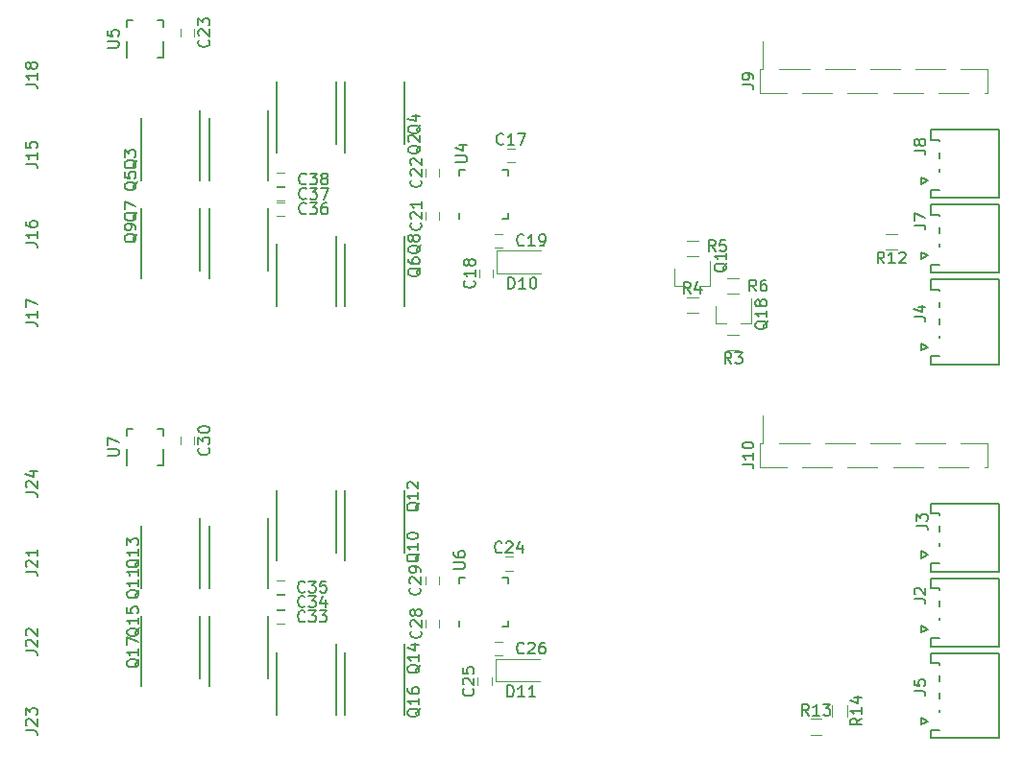
<source format=gbr>
G04 #@! TF.FileFunction,Legend,Top*
%FSLAX46Y46*%
G04 Gerber Fmt 4.6, Leading zero omitted, Abs format (unit mm)*
G04 Created by KiCad (PCBNEW 4.0.6) date 04/07/17 01:17:18*
%MOMM*%
%LPD*%
G01*
G04 APERTURE LIST*
%ADD10C,0.100000*%
%ADD11C,0.150000*%
%ADD12C,0.120000*%
G04 APERTURE END LIST*
D10*
D11*
X148450000Y-105850000D02*
X148450000Y-106375000D01*
X152750000Y-105850000D02*
X152750000Y-106375000D01*
X152750000Y-110150000D02*
X152750000Y-109625000D01*
X148450000Y-110150000D02*
X148450000Y-109625000D01*
X152750000Y-105850000D02*
X152225000Y-105850000D01*
X152750000Y-110150000D02*
X152225000Y-110150000D01*
X148450000Y-105850000D02*
X148975000Y-105850000D01*
X190800000Y-115000000D02*
X190800000Y-114500000D01*
X190800000Y-117500000D02*
X190800000Y-117700000D01*
X190800000Y-116000000D02*
X190800000Y-116500000D01*
X190800000Y-113500000D02*
X190800000Y-113400000D01*
X190000000Y-113400000D02*
X190000000Y-112500000D01*
X190000000Y-120000000D02*
X190000000Y-119300000D01*
X190800000Y-119300000D02*
X190000000Y-119300000D01*
X190000000Y-113400000D02*
X190800000Y-113400000D01*
X189800000Y-118500000D02*
X189200000Y-118200000D01*
X189200000Y-118200000D02*
X189200000Y-118800000D01*
X189200000Y-118800000D02*
X189800000Y-118500000D01*
X196000000Y-120000000D02*
X196000000Y-112500000D01*
X190000000Y-112500000D02*
X196000000Y-112500000D01*
X190000000Y-120000000D02*
X196000000Y-120000000D01*
D12*
X175200000Y-96060000D02*
X174940000Y-96060000D01*
X174940000Y-96060000D02*
X174940000Y-93940000D01*
X174940000Y-93940000D02*
X175200000Y-93940000D01*
X194800000Y-96060000D02*
X195060000Y-96060000D01*
X195060000Y-96060000D02*
X195060000Y-93940000D01*
X195060000Y-93940000D02*
X194800000Y-93940000D01*
X176680000Y-93940000D02*
X179320000Y-93940000D01*
X180680000Y-93940000D02*
X183320000Y-93940000D01*
X184680000Y-93940000D02*
X187320000Y-93940000D01*
X188680000Y-93940000D02*
X191320000Y-93940000D01*
X192680000Y-93940000D02*
X195060000Y-93940000D01*
X174940000Y-96060000D02*
X177320000Y-96060000D01*
X175200000Y-93940000D02*
X175200000Y-91500000D01*
X178680000Y-96060000D02*
X181320000Y-96060000D01*
X182680000Y-96060000D02*
X185320000Y-96060000D01*
X186680000Y-96060000D02*
X189320000Y-96060000D01*
X190680000Y-96060000D02*
X193320000Y-96060000D01*
D11*
X190800000Y-109400000D02*
X190800000Y-109600000D01*
X190800000Y-107900000D02*
X190800000Y-108400000D01*
X190800000Y-106900000D02*
X190800000Y-106800000D01*
X190000000Y-106800000D02*
X190000000Y-105900000D01*
X190000000Y-111900000D02*
X190000000Y-111200000D01*
X190800000Y-111200000D02*
X190000000Y-111200000D01*
X190000000Y-106800000D02*
X190800000Y-106800000D01*
X189800000Y-110400000D02*
X189200000Y-110100000D01*
X189200000Y-110100000D02*
X189200000Y-110700000D01*
X189200000Y-110700000D02*
X189800000Y-110400000D01*
X196000000Y-111900000D02*
X196000000Y-105900000D01*
X190000000Y-105900000D02*
X196000000Y-105900000D01*
X190000000Y-111900000D02*
X196000000Y-111900000D01*
X190800000Y-102800000D02*
X190800000Y-103000000D01*
X190800000Y-101300000D02*
X190800000Y-101800000D01*
X190800000Y-100300000D02*
X190800000Y-100200000D01*
X190000000Y-100200000D02*
X190000000Y-99300000D01*
X190000000Y-105300000D02*
X190000000Y-104600000D01*
X190800000Y-104600000D02*
X190000000Y-104600000D01*
X190000000Y-100200000D02*
X190800000Y-100200000D01*
X189800000Y-103800000D02*
X189200000Y-103500000D01*
X189200000Y-103500000D02*
X189200000Y-104100000D01*
X189200000Y-104100000D02*
X189800000Y-103800000D01*
X196000000Y-105300000D02*
X196000000Y-99300000D01*
X190000000Y-99300000D02*
X196000000Y-99300000D01*
X190000000Y-105300000D02*
X196000000Y-105300000D01*
X190800000Y-82000000D02*
X190800000Y-81500000D01*
X190800000Y-84500000D02*
X190800000Y-84700000D01*
X190800000Y-83000000D02*
X190800000Y-83500000D01*
X190800000Y-80500000D02*
X190800000Y-80400000D01*
X190000000Y-80400000D02*
X190000000Y-79500000D01*
X190000000Y-87000000D02*
X190000000Y-86300000D01*
X190800000Y-86300000D02*
X190000000Y-86300000D01*
X190000000Y-80400000D02*
X190800000Y-80400000D01*
X189800000Y-85500000D02*
X189200000Y-85200000D01*
X189200000Y-85200000D02*
X189200000Y-85800000D01*
X189200000Y-85800000D02*
X189800000Y-85500000D01*
X196000000Y-87000000D02*
X196000000Y-79500000D01*
X190000000Y-79500000D02*
X196000000Y-79500000D01*
X190000000Y-87000000D02*
X196000000Y-87000000D01*
X190800000Y-76400000D02*
X190800000Y-76600000D01*
X190800000Y-74900000D02*
X190800000Y-75400000D01*
X190800000Y-73900000D02*
X190800000Y-73800000D01*
X190000000Y-73800000D02*
X190000000Y-72900000D01*
X190000000Y-78900000D02*
X190000000Y-78200000D01*
X190800000Y-78200000D02*
X190000000Y-78200000D01*
X190000000Y-73800000D02*
X190800000Y-73800000D01*
X189800000Y-77400000D02*
X189200000Y-77100000D01*
X189200000Y-77100000D02*
X189200000Y-77700000D01*
X189200000Y-77700000D02*
X189800000Y-77400000D01*
X196000000Y-78900000D02*
X196000000Y-72900000D01*
X190000000Y-72900000D02*
X196000000Y-72900000D01*
X190000000Y-78900000D02*
X196000000Y-78900000D01*
X190800000Y-69800000D02*
X190800000Y-70000000D01*
X190800000Y-68300000D02*
X190800000Y-68800000D01*
X190800000Y-67300000D02*
X190800000Y-67200000D01*
X190000000Y-67200000D02*
X190000000Y-66300000D01*
X190000000Y-72300000D02*
X190000000Y-71600000D01*
X190800000Y-71600000D02*
X190000000Y-71600000D01*
X190000000Y-67200000D02*
X190800000Y-67200000D01*
X189800000Y-70800000D02*
X189200000Y-70500000D01*
X189200000Y-70500000D02*
X189200000Y-71100000D01*
X189200000Y-71100000D02*
X189800000Y-70800000D01*
X196000000Y-72300000D02*
X196000000Y-66300000D01*
X190000000Y-66300000D02*
X196000000Y-66300000D01*
X190000000Y-72300000D02*
X196000000Y-72300000D01*
D12*
X172100000Y-84420000D02*
X173100000Y-84420000D01*
X173100000Y-85780000D02*
X172100000Y-85780000D01*
X168500000Y-81120000D02*
X169500000Y-81120000D01*
X169500000Y-82480000D02*
X168500000Y-82480000D01*
X168500000Y-76120000D02*
X169500000Y-76120000D01*
X169500000Y-77480000D02*
X168500000Y-77480000D01*
X172100000Y-79420000D02*
X173100000Y-79420000D01*
X173100000Y-80780000D02*
X172100000Y-80780000D01*
X186050000Y-75520000D02*
X187050000Y-75520000D01*
X187050000Y-76880000D02*
X186050000Y-76880000D01*
X180400000Y-119680000D02*
X179400000Y-119680000D01*
X179400000Y-118320000D02*
X180400000Y-118320000D01*
X182680000Y-117100000D02*
X182680000Y-118100000D01*
X181320000Y-118100000D02*
X181320000Y-117100000D01*
X153350000Y-69200000D02*
X152650000Y-69200000D01*
X152650000Y-68000000D02*
X153350000Y-68000000D01*
X151400000Y-78650000D02*
X151400000Y-79350000D01*
X150200000Y-79350000D02*
X150200000Y-78650000D01*
X152250000Y-76700000D02*
X151550000Y-76700000D01*
X151550000Y-75500000D02*
X152250000Y-75500000D01*
X146700000Y-73550000D02*
X146700000Y-74250000D01*
X145500000Y-74250000D02*
X145500000Y-73550000D01*
X145500000Y-70450000D02*
X145500000Y-69750000D01*
X146700000Y-69750000D02*
X146700000Y-70450000D01*
X125100000Y-57400000D02*
X125100000Y-58100000D01*
X123900000Y-58100000D02*
X123900000Y-57400000D01*
X153200000Y-105200000D02*
X152500000Y-105200000D01*
X152500000Y-104000000D02*
X153200000Y-104000000D01*
X151300000Y-114650000D02*
X151300000Y-115350000D01*
X150100000Y-115350000D02*
X150100000Y-114650000D01*
X152250000Y-112700000D02*
X151550000Y-112700000D01*
X151550000Y-111500000D02*
X152250000Y-111500000D01*
X146700000Y-109550000D02*
X146700000Y-110250000D01*
X145500000Y-110250000D02*
X145500000Y-109550000D01*
X145500000Y-106450000D02*
X145500000Y-105750000D01*
X146700000Y-105750000D02*
X146700000Y-106450000D01*
X125100000Y-93400000D02*
X125100000Y-94100000D01*
X123900000Y-94100000D02*
X123900000Y-93400000D01*
X151750000Y-77000000D02*
X151750000Y-79000000D01*
X151750000Y-79000000D02*
X155650000Y-79000000D01*
X151750000Y-77000000D02*
X155650000Y-77000000D01*
X151650000Y-113000000D02*
X151650000Y-115000000D01*
X151650000Y-115000000D02*
X155550000Y-115000000D01*
X151650000Y-113000000D02*
X155550000Y-113000000D01*
D11*
X131600000Y-64600000D02*
X131600000Y-70800000D01*
X126400000Y-65300000D02*
X126400000Y-70800000D01*
X138400000Y-68300000D02*
X138400000Y-62100000D01*
X143600000Y-67600000D02*
X143600000Y-62100000D01*
X126400000Y-79400000D02*
X126400000Y-73200000D01*
X131600000Y-78700000D02*
X131600000Y-73200000D01*
X143600000Y-75700000D02*
X143600000Y-81900000D01*
X138400000Y-76400000D02*
X138400000Y-81900000D01*
X125600000Y-100600000D02*
X125600000Y-106800000D01*
X120400000Y-101300000D02*
X120400000Y-106800000D01*
X132400000Y-104300000D02*
X132400000Y-98100000D01*
X137600000Y-103600000D02*
X137600000Y-98100000D01*
X126400000Y-115400000D02*
X126400000Y-109200000D01*
X131600000Y-114700000D02*
X131600000Y-109200000D01*
X137600000Y-111700000D02*
X137600000Y-117900000D01*
X132400000Y-112400000D02*
X132400000Y-117900000D01*
X148450000Y-69850000D02*
X148450000Y-70375000D01*
X152750000Y-69850000D02*
X152750000Y-70375000D01*
X152750000Y-74150000D02*
X152750000Y-73625000D01*
X148450000Y-74150000D02*
X148450000Y-73625000D01*
X152750000Y-69850000D02*
X152225000Y-69850000D01*
X152750000Y-74150000D02*
X152225000Y-74150000D01*
X148450000Y-69850000D02*
X148975000Y-69850000D01*
X132400000Y-68300000D02*
X132400000Y-62100000D01*
X137600000Y-67600000D02*
X137600000Y-62100000D01*
X125600000Y-64600000D02*
X125600000Y-70800000D01*
X120400000Y-65300000D02*
X120400000Y-70800000D01*
X137600000Y-75700000D02*
X137600000Y-81900000D01*
X132400000Y-76400000D02*
X132400000Y-81900000D01*
X120400000Y-79400000D02*
X120400000Y-73200000D01*
X125600000Y-78700000D02*
X125600000Y-73200000D01*
X138400000Y-104300000D02*
X138400000Y-98100000D01*
X143600000Y-103600000D02*
X143600000Y-98100000D01*
X131600000Y-100600000D02*
X131600000Y-106800000D01*
X126400000Y-101300000D02*
X126400000Y-106800000D01*
X143600000Y-111700000D02*
X143600000Y-117900000D01*
X138400000Y-112400000D02*
X138400000Y-117900000D01*
X120400000Y-115400000D02*
X120400000Y-109200000D01*
X125600000Y-114700000D02*
X125600000Y-109200000D01*
X119125000Y-56675000D02*
X119625000Y-56675000D01*
X122375000Y-59925000D02*
X121875000Y-59925000D01*
X122375000Y-56675000D02*
X121875000Y-56675000D01*
X119125000Y-59925000D02*
X119125000Y-58525000D01*
X122375000Y-59925000D02*
X122375000Y-58525000D01*
X122375000Y-56675000D02*
X122375000Y-57275000D01*
X119125000Y-56675000D02*
X119125000Y-57275000D01*
X119125000Y-92675000D02*
X119625000Y-92675000D01*
X122375000Y-95925000D02*
X121875000Y-95925000D01*
X122375000Y-92675000D02*
X121875000Y-92675000D01*
X119125000Y-95925000D02*
X119125000Y-94525000D01*
X122375000Y-95925000D02*
X122375000Y-94525000D01*
X122375000Y-92675000D02*
X122375000Y-93275000D01*
X119125000Y-92675000D02*
X119125000Y-93275000D01*
D12*
X175200000Y-63060000D02*
X174940000Y-63060000D01*
X174940000Y-63060000D02*
X174940000Y-60940000D01*
X174940000Y-60940000D02*
X175200000Y-60940000D01*
X194800000Y-63060000D02*
X195060000Y-63060000D01*
X195060000Y-63060000D02*
X195060000Y-60940000D01*
X195060000Y-60940000D02*
X194800000Y-60940000D01*
X176680000Y-60940000D02*
X179320000Y-60940000D01*
X180680000Y-60940000D02*
X183320000Y-60940000D01*
X184680000Y-60940000D02*
X187320000Y-60940000D01*
X188680000Y-60940000D02*
X191320000Y-60940000D01*
X192680000Y-60940000D02*
X195060000Y-60940000D01*
X174940000Y-63060000D02*
X177320000Y-63060000D01*
X175200000Y-60940000D02*
X175200000Y-58500000D01*
X178680000Y-63060000D02*
X181320000Y-63060000D01*
X182680000Y-63060000D02*
X185320000Y-63060000D01*
X186680000Y-63060000D02*
X189320000Y-63060000D01*
X190680000Y-63060000D02*
X193320000Y-63060000D01*
X132350000Y-108700000D02*
X133050000Y-108700000D01*
X133050000Y-109900000D02*
X132350000Y-109900000D01*
X132350000Y-107400000D02*
X133050000Y-107400000D01*
X133050000Y-108600000D02*
X132350000Y-108600000D01*
X132350000Y-106100000D02*
X133050000Y-106100000D01*
X133050000Y-107300000D02*
X132350000Y-107300000D01*
X132350000Y-72700000D02*
X133050000Y-72700000D01*
X133050000Y-73900000D02*
X132350000Y-73900000D01*
X132350000Y-71400000D02*
X133050000Y-71400000D01*
X133050000Y-72600000D02*
X132350000Y-72600000D01*
X132350000Y-70100000D02*
X133050000Y-70100000D01*
X133050000Y-71300000D02*
X132350000Y-71300000D01*
X171020000Y-83360000D02*
X171950000Y-83360000D01*
X174180000Y-83360000D02*
X173250000Y-83360000D01*
X174180000Y-83360000D02*
X174180000Y-81200000D01*
X171020000Y-83360000D02*
X171020000Y-81900000D01*
X167420000Y-80060000D02*
X168350000Y-80060000D01*
X170580000Y-80060000D02*
X169650000Y-80060000D01*
X170580000Y-80060000D02*
X170580000Y-77900000D01*
X167420000Y-80060000D02*
X167420000Y-78600000D01*
D11*
X147952381Y-105061905D02*
X148761905Y-105061905D01*
X148857143Y-105014286D01*
X148904762Y-104966667D01*
X148952381Y-104871429D01*
X148952381Y-104680952D01*
X148904762Y-104585714D01*
X148857143Y-104538095D01*
X148761905Y-104490476D01*
X147952381Y-104490476D01*
X147952381Y-103585714D02*
X147952381Y-103776191D01*
X148000000Y-103871429D01*
X148047619Y-103919048D01*
X148190476Y-104014286D01*
X148380952Y-104061905D01*
X148761905Y-104061905D01*
X148857143Y-104014286D01*
X148904762Y-103966667D01*
X148952381Y-103871429D01*
X148952381Y-103680952D01*
X148904762Y-103585714D01*
X148857143Y-103538095D01*
X148761905Y-103490476D01*
X148523810Y-103490476D01*
X148428571Y-103538095D01*
X148380952Y-103585714D01*
X148333333Y-103680952D01*
X148333333Y-103871429D01*
X148380952Y-103966667D01*
X148428571Y-104014286D01*
X148523810Y-104061905D01*
X188552381Y-115833333D02*
X189266667Y-115833333D01*
X189409524Y-115880953D01*
X189504762Y-115976191D01*
X189552381Y-116119048D01*
X189552381Y-116214286D01*
X188552381Y-114880952D02*
X188552381Y-115357143D01*
X189028571Y-115404762D01*
X188980952Y-115357143D01*
X188933333Y-115261905D01*
X188933333Y-115023809D01*
X188980952Y-114928571D01*
X189028571Y-114880952D01*
X189123810Y-114833333D01*
X189361905Y-114833333D01*
X189457143Y-114880952D01*
X189504762Y-114928571D01*
X189552381Y-115023809D01*
X189552381Y-115261905D01*
X189504762Y-115357143D01*
X189457143Y-115404762D01*
X173392381Y-95809523D02*
X174106667Y-95809523D01*
X174249524Y-95857143D01*
X174344762Y-95952381D01*
X174392381Y-96095238D01*
X174392381Y-96190476D01*
X174392381Y-94809523D02*
X174392381Y-95380952D01*
X174392381Y-95095238D02*
X173392381Y-95095238D01*
X173535238Y-95190476D01*
X173630476Y-95285714D01*
X173678095Y-95380952D01*
X173392381Y-94190476D02*
X173392381Y-94095237D01*
X173440000Y-93999999D01*
X173487619Y-93952380D01*
X173582857Y-93904761D01*
X173773333Y-93857142D01*
X174011429Y-93857142D01*
X174201905Y-93904761D01*
X174297143Y-93952380D01*
X174344762Y-93999999D01*
X174392381Y-94095237D01*
X174392381Y-94190476D01*
X174344762Y-94285714D01*
X174297143Y-94333333D01*
X174201905Y-94380952D01*
X174011429Y-94428571D01*
X173773333Y-94428571D01*
X173582857Y-94380952D01*
X173487619Y-94333333D01*
X173440000Y-94285714D01*
X173392381Y-94190476D01*
X188552381Y-107733333D02*
X189266667Y-107733333D01*
X189409524Y-107780953D01*
X189504762Y-107876191D01*
X189552381Y-108019048D01*
X189552381Y-108114286D01*
X188647619Y-107304762D02*
X188600000Y-107257143D01*
X188552381Y-107161905D01*
X188552381Y-106923809D01*
X188600000Y-106828571D01*
X188647619Y-106780952D01*
X188742857Y-106733333D01*
X188838095Y-106733333D01*
X188980952Y-106780952D01*
X189552381Y-107352381D01*
X189552381Y-106733333D01*
X188727381Y-101233333D02*
X189441667Y-101233333D01*
X189584524Y-101280953D01*
X189679762Y-101376191D01*
X189727381Y-101519048D01*
X189727381Y-101614286D01*
X188727381Y-100852381D02*
X188727381Y-100233333D01*
X189108333Y-100566667D01*
X189108333Y-100423809D01*
X189155952Y-100328571D01*
X189203571Y-100280952D01*
X189298810Y-100233333D01*
X189536905Y-100233333D01*
X189632143Y-100280952D01*
X189679762Y-100328571D01*
X189727381Y-100423809D01*
X189727381Y-100709524D01*
X189679762Y-100804762D01*
X189632143Y-100852381D01*
X188552381Y-82833333D02*
X189266667Y-82833333D01*
X189409524Y-82880953D01*
X189504762Y-82976191D01*
X189552381Y-83119048D01*
X189552381Y-83214286D01*
X188885714Y-81928571D02*
X189552381Y-81928571D01*
X188504762Y-82166667D02*
X189219048Y-82404762D01*
X189219048Y-81785714D01*
X188552381Y-74733333D02*
X189266667Y-74733333D01*
X189409524Y-74780953D01*
X189504762Y-74876191D01*
X189552381Y-75019048D01*
X189552381Y-75114286D01*
X188552381Y-74352381D02*
X188552381Y-73685714D01*
X189552381Y-74114286D01*
X188552381Y-68133333D02*
X189266667Y-68133333D01*
X189409524Y-68180953D01*
X189504762Y-68276191D01*
X189552381Y-68419048D01*
X189552381Y-68514286D01*
X188980952Y-67514286D02*
X188933333Y-67609524D01*
X188885714Y-67657143D01*
X188790476Y-67704762D01*
X188742857Y-67704762D01*
X188647619Y-67657143D01*
X188600000Y-67609524D01*
X188552381Y-67514286D01*
X188552381Y-67323809D01*
X188600000Y-67228571D01*
X188647619Y-67180952D01*
X188742857Y-67133333D01*
X188790476Y-67133333D01*
X188885714Y-67180952D01*
X188933333Y-67228571D01*
X188980952Y-67323809D01*
X188980952Y-67514286D01*
X189028571Y-67609524D01*
X189076190Y-67657143D01*
X189171429Y-67704762D01*
X189361905Y-67704762D01*
X189457143Y-67657143D01*
X189504762Y-67609524D01*
X189552381Y-67514286D01*
X189552381Y-67323809D01*
X189504762Y-67228571D01*
X189457143Y-67180952D01*
X189361905Y-67133333D01*
X189171429Y-67133333D01*
X189076190Y-67180952D01*
X189028571Y-67228571D01*
X188980952Y-67323809D01*
X172433334Y-86952381D02*
X172100000Y-86476190D01*
X171861905Y-86952381D02*
X171861905Y-85952381D01*
X172242858Y-85952381D01*
X172338096Y-86000000D01*
X172385715Y-86047619D01*
X172433334Y-86142857D01*
X172433334Y-86285714D01*
X172385715Y-86380952D01*
X172338096Y-86428571D01*
X172242858Y-86476190D01*
X171861905Y-86476190D01*
X172766667Y-85952381D02*
X173385715Y-85952381D01*
X173052381Y-86333333D01*
X173195239Y-86333333D01*
X173290477Y-86380952D01*
X173338096Y-86428571D01*
X173385715Y-86523810D01*
X173385715Y-86761905D01*
X173338096Y-86857143D01*
X173290477Y-86904762D01*
X173195239Y-86952381D01*
X172909524Y-86952381D01*
X172814286Y-86904762D01*
X172766667Y-86857143D01*
X168833334Y-80752381D02*
X168500000Y-80276190D01*
X168261905Y-80752381D02*
X168261905Y-79752381D01*
X168642858Y-79752381D01*
X168738096Y-79800000D01*
X168785715Y-79847619D01*
X168833334Y-79942857D01*
X168833334Y-80085714D01*
X168785715Y-80180952D01*
X168738096Y-80228571D01*
X168642858Y-80276190D01*
X168261905Y-80276190D01*
X169690477Y-80085714D02*
X169690477Y-80752381D01*
X169452381Y-79704762D02*
X169214286Y-80419048D01*
X169833334Y-80419048D01*
X171033334Y-77052381D02*
X170700000Y-76576190D01*
X170461905Y-77052381D02*
X170461905Y-76052381D01*
X170842858Y-76052381D01*
X170938096Y-76100000D01*
X170985715Y-76147619D01*
X171033334Y-76242857D01*
X171033334Y-76385714D01*
X170985715Y-76480952D01*
X170938096Y-76528571D01*
X170842858Y-76576190D01*
X170461905Y-76576190D01*
X171938096Y-76052381D02*
X171461905Y-76052381D01*
X171414286Y-76528571D01*
X171461905Y-76480952D01*
X171557143Y-76433333D01*
X171795239Y-76433333D01*
X171890477Y-76480952D01*
X171938096Y-76528571D01*
X171985715Y-76623810D01*
X171985715Y-76861905D01*
X171938096Y-76957143D01*
X171890477Y-77004762D01*
X171795239Y-77052381D01*
X171557143Y-77052381D01*
X171461905Y-77004762D01*
X171414286Y-76957143D01*
X174633334Y-80552381D02*
X174300000Y-80076190D01*
X174061905Y-80552381D02*
X174061905Y-79552381D01*
X174442858Y-79552381D01*
X174538096Y-79600000D01*
X174585715Y-79647619D01*
X174633334Y-79742857D01*
X174633334Y-79885714D01*
X174585715Y-79980952D01*
X174538096Y-80028571D01*
X174442858Y-80076190D01*
X174061905Y-80076190D01*
X175490477Y-79552381D02*
X175300000Y-79552381D01*
X175204762Y-79600000D01*
X175157143Y-79647619D01*
X175061905Y-79790476D01*
X175014286Y-79980952D01*
X175014286Y-80361905D01*
X175061905Y-80457143D01*
X175109524Y-80504762D01*
X175204762Y-80552381D01*
X175395239Y-80552381D01*
X175490477Y-80504762D01*
X175538096Y-80457143D01*
X175585715Y-80361905D01*
X175585715Y-80123810D01*
X175538096Y-80028571D01*
X175490477Y-79980952D01*
X175395239Y-79933333D01*
X175204762Y-79933333D01*
X175109524Y-79980952D01*
X175061905Y-80028571D01*
X175014286Y-80123810D01*
X185907143Y-78102381D02*
X185573809Y-77626190D01*
X185335714Y-78102381D02*
X185335714Y-77102381D01*
X185716667Y-77102381D01*
X185811905Y-77150000D01*
X185859524Y-77197619D01*
X185907143Y-77292857D01*
X185907143Y-77435714D01*
X185859524Y-77530952D01*
X185811905Y-77578571D01*
X185716667Y-77626190D01*
X185335714Y-77626190D01*
X186859524Y-78102381D02*
X186288095Y-78102381D01*
X186573809Y-78102381D02*
X186573809Y-77102381D01*
X186478571Y-77245238D01*
X186383333Y-77340476D01*
X186288095Y-77388095D01*
X187240476Y-77197619D02*
X187288095Y-77150000D01*
X187383333Y-77102381D01*
X187621429Y-77102381D01*
X187716667Y-77150000D01*
X187764286Y-77197619D01*
X187811905Y-77292857D01*
X187811905Y-77388095D01*
X187764286Y-77530952D01*
X187192857Y-78102381D01*
X187811905Y-78102381D01*
X179257143Y-118002381D02*
X178923809Y-117526190D01*
X178685714Y-118002381D02*
X178685714Y-117002381D01*
X179066667Y-117002381D01*
X179161905Y-117050000D01*
X179209524Y-117097619D01*
X179257143Y-117192857D01*
X179257143Y-117335714D01*
X179209524Y-117430952D01*
X179161905Y-117478571D01*
X179066667Y-117526190D01*
X178685714Y-117526190D01*
X180209524Y-118002381D02*
X179638095Y-118002381D01*
X179923809Y-118002381D02*
X179923809Y-117002381D01*
X179828571Y-117145238D01*
X179733333Y-117240476D01*
X179638095Y-117288095D01*
X180542857Y-117002381D02*
X181161905Y-117002381D01*
X180828571Y-117383333D01*
X180971429Y-117383333D01*
X181066667Y-117430952D01*
X181114286Y-117478571D01*
X181161905Y-117573810D01*
X181161905Y-117811905D01*
X181114286Y-117907143D01*
X181066667Y-117954762D01*
X180971429Y-118002381D01*
X180685714Y-118002381D01*
X180590476Y-117954762D01*
X180542857Y-117907143D01*
X183952381Y-118242857D02*
X183476190Y-118576191D01*
X183952381Y-118814286D02*
X182952381Y-118814286D01*
X182952381Y-118433333D01*
X183000000Y-118338095D01*
X183047619Y-118290476D01*
X183142857Y-118242857D01*
X183285714Y-118242857D01*
X183380952Y-118290476D01*
X183428571Y-118338095D01*
X183476190Y-118433333D01*
X183476190Y-118814286D01*
X183952381Y-117290476D02*
X183952381Y-117861905D01*
X183952381Y-117576191D02*
X182952381Y-117576191D01*
X183095238Y-117671429D01*
X183190476Y-117766667D01*
X183238095Y-117861905D01*
X183285714Y-116433333D02*
X183952381Y-116433333D01*
X182904762Y-116671429D02*
X183619048Y-116909524D01*
X183619048Y-116290476D01*
X152357143Y-67557143D02*
X152309524Y-67604762D01*
X152166667Y-67652381D01*
X152071429Y-67652381D01*
X151928571Y-67604762D01*
X151833333Y-67509524D01*
X151785714Y-67414286D01*
X151738095Y-67223810D01*
X151738095Y-67080952D01*
X151785714Y-66890476D01*
X151833333Y-66795238D01*
X151928571Y-66700000D01*
X152071429Y-66652381D01*
X152166667Y-66652381D01*
X152309524Y-66700000D01*
X152357143Y-66747619D01*
X153309524Y-67652381D02*
X152738095Y-67652381D01*
X153023809Y-67652381D02*
X153023809Y-66652381D01*
X152928571Y-66795238D01*
X152833333Y-66890476D01*
X152738095Y-66938095D01*
X153642857Y-66652381D02*
X154309524Y-66652381D01*
X153880952Y-67652381D01*
X149757143Y-79642857D02*
X149804762Y-79690476D01*
X149852381Y-79833333D01*
X149852381Y-79928571D01*
X149804762Y-80071429D01*
X149709524Y-80166667D01*
X149614286Y-80214286D01*
X149423810Y-80261905D01*
X149280952Y-80261905D01*
X149090476Y-80214286D01*
X148995238Y-80166667D01*
X148900000Y-80071429D01*
X148852381Y-79928571D01*
X148852381Y-79833333D01*
X148900000Y-79690476D01*
X148947619Y-79642857D01*
X149852381Y-78690476D02*
X149852381Y-79261905D01*
X149852381Y-78976191D02*
X148852381Y-78976191D01*
X148995238Y-79071429D01*
X149090476Y-79166667D01*
X149138095Y-79261905D01*
X149280952Y-78119048D02*
X149233333Y-78214286D01*
X149185714Y-78261905D01*
X149090476Y-78309524D01*
X149042857Y-78309524D01*
X148947619Y-78261905D01*
X148900000Y-78214286D01*
X148852381Y-78119048D01*
X148852381Y-77928571D01*
X148900000Y-77833333D01*
X148947619Y-77785714D01*
X149042857Y-77738095D01*
X149090476Y-77738095D01*
X149185714Y-77785714D01*
X149233333Y-77833333D01*
X149280952Y-77928571D01*
X149280952Y-78119048D01*
X149328571Y-78214286D01*
X149376190Y-78261905D01*
X149471429Y-78309524D01*
X149661905Y-78309524D01*
X149757143Y-78261905D01*
X149804762Y-78214286D01*
X149852381Y-78119048D01*
X149852381Y-77928571D01*
X149804762Y-77833333D01*
X149757143Y-77785714D01*
X149661905Y-77738095D01*
X149471429Y-77738095D01*
X149376190Y-77785714D01*
X149328571Y-77833333D01*
X149280952Y-77928571D01*
X154157143Y-76457143D02*
X154109524Y-76504762D01*
X153966667Y-76552381D01*
X153871429Y-76552381D01*
X153728571Y-76504762D01*
X153633333Y-76409524D01*
X153585714Y-76314286D01*
X153538095Y-76123810D01*
X153538095Y-75980952D01*
X153585714Y-75790476D01*
X153633333Y-75695238D01*
X153728571Y-75600000D01*
X153871429Y-75552381D01*
X153966667Y-75552381D01*
X154109524Y-75600000D01*
X154157143Y-75647619D01*
X155109524Y-76552381D02*
X154538095Y-76552381D01*
X154823809Y-76552381D02*
X154823809Y-75552381D01*
X154728571Y-75695238D01*
X154633333Y-75790476D01*
X154538095Y-75838095D01*
X155585714Y-76552381D02*
X155776190Y-76552381D01*
X155871429Y-76504762D01*
X155919048Y-76457143D01*
X156014286Y-76314286D01*
X156061905Y-76123810D01*
X156061905Y-75742857D01*
X156014286Y-75647619D01*
X155966667Y-75600000D01*
X155871429Y-75552381D01*
X155680952Y-75552381D01*
X155585714Y-75600000D01*
X155538095Y-75647619D01*
X155490476Y-75742857D01*
X155490476Y-75980952D01*
X155538095Y-76076190D01*
X155585714Y-76123810D01*
X155680952Y-76171429D01*
X155871429Y-76171429D01*
X155966667Y-76123810D01*
X156014286Y-76076190D01*
X156061905Y-75980952D01*
X145057143Y-74542857D02*
X145104762Y-74590476D01*
X145152381Y-74733333D01*
X145152381Y-74828571D01*
X145104762Y-74971429D01*
X145009524Y-75066667D01*
X144914286Y-75114286D01*
X144723810Y-75161905D01*
X144580952Y-75161905D01*
X144390476Y-75114286D01*
X144295238Y-75066667D01*
X144200000Y-74971429D01*
X144152381Y-74828571D01*
X144152381Y-74733333D01*
X144200000Y-74590476D01*
X144247619Y-74542857D01*
X144247619Y-74161905D02*
X144200000Y-74114286D01*
X144152381Y-74019048D01*
X144152381Y-73780952D01*
X144200000Y-73685714D01*
X144247619Y-73638095D01*
X144342857Y-73590476D01*
X144438095Y-73590476D01*
X144580952Y-73638095D01*
X145152381Y-74209524D01*
X145152381Y-73590476D01*
X145152381Y-72638095D02*
X145152381Y-73209524D01*
X145152381Y-72923810D02*
X144152381Y-72923810D01*
X144295238Y-73019048D01*
X144390476Y-73114286D01*
X144438095Y-73209524D01*
X145057143Y-70742857D02*
X145104762Y-70790476D01*
X145152381Y-70933333D01*
X145152381Y-71028571D01*
X145104762Y-71171429D01*
X145009524Y-71266667D01*
X144914286Y-71314286D01*
X144723810Y-71361905D01*
X144580952Y-71361905D01*
X144390476Y-71314286D01*
X144295238Y-71266667D01*
X144200000Y-71171429D01*
X144152381Y-71028571D01*
X144152381Y-70933333D01*
X144200000Y-70790476D01*
X144247619Y-70742857D01*
X144247619Y-70361905D02*
X144200000Y-70314286D01*
X144152381Y-70219048D01*
X144152381Y-69980952D01*
X144200000Y-69885714D01*
X144247619Y-69838095D01*
X144342857Y-69790476D01*
X144438095Y-69790476D01*
X144580952Y-69838095D01*
X145152381Y-70409524D01*
X145152381Y-69790476D01*
X144247619Y-69409524D02*
X144200000Y-69361905D01*
X144152381Y-69266667D01*
X144152381Y-69028571D01*
X144200000Y-68933333D01*
X144247619Y-68885714D01*
X144342857Y-68838095D01*
X144438095Y-68838095D01*
X144580952Y-68885714D01*
X145152381Y-69457143D01*
X145152381Y-68838095D01*
X126357143Y-58392857D02*
X126404762Y-58440476D01*
X126452381Y-58583333D01*
X126452381Y-58678571D01*
X126404762Y-58821429D01*
X126309524Y-58916667D01*
X126214286Y-58964286D01*
X126023810Y-59011905D01*
X125880952Y-59011905D01*
X125690476Y-58964286D01*
X125595238Y-58916667D01*
X125500000Y-58821429D01*
X125452381Y-58678571D01*
X125452381Y-58583333D01*
X125500000Y-58440476D01*
X125547619Y-58392857D01*
X125547619Y-58011905D02*
X125500000Y-57964286D01*
X125452381Y-57869048D01*
X125452381Y-57630952D01*
X125500000Y-57535714D01*
X125547619Y-57488095D01*
X125642857Y-57440476D01*
X125738095Y-57440476D01*
X125880952Y-57488095D01*
X126452381Y-58059524D01*
X126452381Y-57440476D01*
X125452381Y-57107143D02*
X125452381Y-56488095D01*
X125833333Y-56821429D01*
X125833333Y-56678571D01*
X125880952Y-56583333D01*
X125928571Y-56535714D01*
X126023810Y-56488095D01*
X126261905Y-56488095D01*
X126357143Y-56535714D01*
X126404762Y-56583333D01*
X126452381Y-56678571D01*
X126452381Y-56964286D01*
X126404762Y-57059524D01*
X126357143Y-57107143D01*
X152207143Y-103557143D02*
X152159524Y-103604762D01*
X152016667Y-103652381D01*
X151921429Y-103652381D01*
X151778571Y-103604762D01*
X151683333Y-103509524D01*
X151635714Y-103414286D01*
X151588095Y-103223810D01*
X151588095Y-103080952D01*
X151635714Y-102890476D01*
X151683333Y-102795238D01*
X151778571Y-102700000D01*
X151921429Y-102652381D01*
X152016667Y-102652381D01*
X152159524Y-102700000D01*
X152207143Y-102747619D01*
X152588095Y-102747619D02*
X152635714Y-102700000D01*
X152730952Y-102652381D01*
X152969048Y-102652381D01*
X153064286Y-102700000D01*
X153111905Y-102747619D01*
X153159524Y-102842857D01*
X153159524Y-102938095D01*
X153111905Y-103080952D01*
X152540476Y-103652381D01*
X153159524Y-103652381D01*
X154016667Y-102985714D02*
X154016667Y-103652381D01*
X153778571Y-102604762D02*
X153540476Y-103319048D01*
X154159524Y-103319048D01*
X149657143Y-115642857D02*
X149704762Y-115690476D01*
X149752381Y-115833333D01*
X149752381Y-115928571D01*
X149704762Y-116071429D01*
X149609524Y-116166667D01*
X149514286Y-116214286D01*
X149323810Y-116261905D01*
X149180952Y-116261905D01*
X148990476Y-116214286D01*
X148895238Y-116166667D01*
X148800000Y-116071429D01*
X148752381Y-115928571D01*
X148752381Y-115833333D01*
X148800000Y-115690476D01*
X148847619Y-115642857D01*
X148847619Y-115261905D02*
X148800000Y-115214286D01*
X148752381Y-115119048D01*
X148752381Y-114880952D01*
X148800000Y-114785714D01*
X148847619Y-114738095D01*
X148942857Y-114690476D01*
X149038095Y-114690476D01*
X149180952Y-114738095D01*
X149752381Y-115309524D01*
X149752381Y-114690476D01*
X148752381Y-113785714D02*
X148752381Y-114261905D01*
X149228571Y-114309524D01*
X149180952Y-114261905D01*
X149133333Y-114166667D01*
X149133333Y-113928571D01*
X149180952Y-113833333D01*
X149228571Y-113785714D01*
X149323810Y-113738095D01*
X149561905Y-113738095D01*
X149657143Y-113785714D01*
X149704762Y-113833333D01*
X149752381Y-113928571D01*
X149752381Y-114166667D01*
X149704762Y-114261905D01*
X149657143Y-114309524D01*
X154157143Y-112457143D02*
X154109524Y-112504762D01*
X153966667Y-112552381D01*
X153871429Y-112552381D01*
X153728571Y-112504762D01*
X153633333Y-112409524D01*
X153585714Y-112314286D01*
X153538095Y-112123810D01*
X153538095Y-111980952D01*
X153585714Y-111790476D01*
X153633333Y-111695238D01*
X153728571Y-111600000D01*
X153871429Y-111552381D01*
X153966667Y-111552381D01*
X154109524Y-111600000D01*
X154157143Y-111647619D01*
X154538095Y-111647619D02*
X154585714Y-111600000D01*
X154680952Y-111552381D01*
X154919048Y-111552381D01*
X155014286Y-111600000D01*
X155061905Y-111647619D01*
X155109524Y-111742857D01*
X155109524Y-111838095D01*
X155061905Y-111980952D01*
X154490476Y-112552381D01*
X155109524Y-112552381D01*
X155966667Y-111552381D02*
X155776190Y-111552381D01*
X155680952Y-111600000D01*
X155633333Y-111647619D01*
X155538095Y-111790476D01*
X155490476Y-111980952D01*
X155490476Y-112361905D01*
X155538095Y-112457143D01*
X155585714Y-112504762D01*
X155680952Y-112552381D01*
X155871429Y-112552381D01*
X155966667Y-112504762D01*
X156014286Y-112457143D01*
X156061905Y-112361905D01*
X156061905Y-112123810D01*
X156014286Y-112028571D01*
X155966667Y-111980952D01*
X155871429Y-111933333D01*
X155680952Y-111933333D01*
X155585714Y-111980952D01*
X155538095Y-112028571D01*
X155490476Y-112123810D01*
X145057143Y-110542857D02*
X145104762Y-110590476D01*
X145152381Y-110733333D01*
X145152381Y-110828571D01*
X145104762Y-110971429D01*
X145009524Y-111066667D01*
X144914286Y-111114286D01*
X144723810Y-111161905D01*
X144580952Y-111161905D01*
X144390476Y-111114286D01*
X144295238Y-111066667D01*
X144200000Y-110971429D01*
X144152381Y-110828571D01*
X144152381Y-110733333D01*
X144200000Y-110590476D01*
X144247619Y-110542857D01*
X144247619Y-110161905D02*
X144200000Y-110114286D01*
X144152381Y-110019048D01*
X144152381Y-109780952D01*
X144200000Y-109685714D01*
X144247619Y-109638095D01*
X144342857Y-109590476D01*
X144438095Y-109590476D01*
X144580952Y-109638095D01*
X145152381Y-110209524D01*
X145152381Y-109590476D01*
X144580952Y-109019048D02*
X144533333Y-109114286D01*
X144485714Y-109161905D01*
X144390476Y-109209524D01*
X144342857Y-109209524D01*
X144247619Y-109161905D01*
X144200000Y-109114286D01*
X144152381Y-109019048D01*
X144152381Y-108828571D01*
X144200000Y-108733333D01*
X144247619Y-108685714D01*
X144342857Y-108638095D01*
X144390476Y-108638095D01*
X144485714Y-108685714D01*
X144533333Y-108733333D01*
X144580952Y-108828571D01*
X144580952Y-109019048D01*
X144628571Y-109114286D01*
X144676190Y-109161905D01*
X144771429Y-109209524D01*
X144961905Y-109209524D01*
X145057143Y-109161905D01*
X145104762Y-109114286D01*
X145152381Y-109019048D01*
X145152381Y-108828571D01*
X145104762Y-108733333D01*
X145057143Y-108685714D01*
X144961905Y-108638095D01*
X144771429Y-108638095D01*
X144676190Y-108685714D01*
X144628571Y-108733333D01*
X144580952Y-108828571D01*
X144957143Y-106742857D02*
X145004762Y-106790476D01*
X145052381Y-106933333D01*
X145052381Y-107028571D01*
X145004762Y-107171429D01*
X144909524Y-107266667D01*
X144814286Y-107314286D01*
X144623810Y-107361905D01*
X144480952Y-107361905D01*
X144290476Y-107314286D01*
X144195238Y-107266667D01*
X144100000Y-107171429D01*
X144052381Y-107028571D01*
X144052381Y-106933333D01*
X144100000Y-106790476D01*
X144147619Y-106742857D01*
X144147619Y-106361905D02*
X144100000Y-106314286D01*
X144052381Y-106219048D01*
X144052381Y-105980952D01*
X144100000Y-105885714D01*
X144147619Y-105838095D01*
X144242857Y-105790476D01*
X144338095Y-105790476D01*
X144480952Y-105838095D01*
X145052381Y-106409524D01*
X145052381Y-105790476D01*
X145052381Y-105314286D02*
X145052381Y-105123810D01*
X145004762Y-105028571D01*
X144957143Y-104980952D01*
X144814286Y-104885714D01*
X144623810Y-104838095D01*
X144242857Y-104838095D01*
X144147619Y-104885714D01*
X144100000Y-104933333D01*
X144052381Y-105028571D01*
X144052381Y-105219048D01*
X144100000Y-105314286D01*
X144147619Y-105361905D01*
X144242857Y-105409524D01*
X144480952Y-105409524D01*
X144576190Y-105361905D01*
X144623810Y-105314286D01*
X144671429Y-105219048D01*
X144671429Y-105028571D01*
X144623810Y-104933333D01*
X144576190Y-104885714D01*
X144480952Y-104838095D01*
X126357143Y-94392857D02*
X126404762Y-94440476D01*
X126452381Y-94583333D01*
X126452381Y-94678571D01*
X126404762Y-94821429D01*
X126309524Y-94916667D01*
X126214286Y-94964286D01*
X126023810Y-95011905D01*
X125880952Y-95011905D01*
X125690476Y-94964286D01*
X125595238Y-94916667D01*
X125500000Y-94821429D01*
X125452381Y-94678571D01*
X125452381Y-94583333D01*
X125500000Y-94440476D01*
X125547619Y-94392857D01*
X125452381Y-94059524D02*
X125452381Y-93440476D01*
X125833333Y-93773810D01*
X125833333Y-93630952D01*
X125880952Y-93535714D01*
X125928571Y-93488095D01*
X126023810Y-93440476D01*
X126261905Y-93440476D01*
X126357143Y-93488095D01*
X126404762Y-93535714D01*
X126452381Y-93630952D01*
X126452381Y-93916667D01*
X126404762Y-94011905D01*
X126357143Y-94059524D01*
X125452381Y-92821429D02*
X125452381Y-92726190D01*
X125500000Y-92630952D01*
X125547619Y-92583333D01*
X125642857Y-92535714D01*
X125833333Y-92488095D01*
X126071429Y-92488095D01*
X126261905Y-92535714D01*
X126357143Y-92583333D01*
X126404762Y-92630952D01*
X126452381Y-92726190D01*
X126452381Y-92821429D01*
X126404762Y-92916667D01*
X126357143Y-92964286D01*
X126261905Y-93011905D01*
X126071429Y-93059524D01*
X125833333Y-93059524D01*
X125642857Y-93011905D01*
X125547619Y-92964286D01*
X125500000Y-92916667D01*
X125452381Y-92821429D01*
X152785714Y-80352381D02*
X152785714Y-79352381D01*
X153023809Y-79352381D01*
X153166667Y-79400000D01*
X153261905Y-79495238D01*
X153309524Y-79590476D01*
X153357143Y-79780952D01*
X153357143Y-79923810D01*
X153309524Y-80114286D01*
X153261905Y-80209524D01*
X153166667Y-80304762D01*
X153023809Y-80352381D01*
X152785714Y-80352381D01*
X154309524Y-80352381D02*
X153738095Y-80352381D01*
X154023809Y-80352381D02*
X154023809Y-79352381D01*
X153928571Y-79495238D01*
X153833333Y-79590476D01*
X153738095Y-79638095D01*
X154928571Y-79352381D02*
X155023810Y-79352381D01*
X155119048Y-79400000D01*
X155166667Y-79447619D01*
X155214286Y-79542857D01*
X155261905Y-79733333D01*
X155261905Y-79971429D01*
X155214286Y-80161905D01*
X155166667Y-80257143D01*
X155119048Y-80304762D01*
X155023810Y-80352381D01*
X154928571Y-80352381D01*
X154833333Y-80304762D01*
X154785714Y-80257143D01*
X154738095Y-80161905D01*
X154690476Y-79971429D01*
X154690476Y-79733333D01*
X154738095Y-79542857D01*
X154785714Y-79447619D01*
X154833333Y-79400000D01*
X154928571Y-79352381D01*
X152685714Y-116352381D02*
X152685714Y-115352381D01*
X152923809Y-115352381D01*
X153066667Y-115400000D01*
X153161905Y-115495238D01*
X153209524Y-115590476D01*
X153257143Y-115780952D01*
X153257143Y-115923810D01*
X153209524Y-116114286D01*
X153161905Y-116209524D01*
X153066667Y-116304762D01*
X152923809Y-116352381D01*
X152685714Y-116352381D01*
X154209524Y-116352381D02*
X153638095Y-116352381D01*
X153923809Y-116352381D02*
X153923809Y-115352381D01*
X153828571Y-115495238D01*
X153733333Y-115590476D01*
X153638095Y-115638095D01*
X155161905Y-116352381D02*
X154590476Y-116352381D01*
X154876190Y-116352381D02*
X154876190Y-115352381D01*
X154780952Y-115495238D01*
X154685714Y-115590476D01*
X154590476Y-115638095D01*
X120047619Y-68995238D02*
X120000000Y-69090476D01*
X119904762Y-69185714D01*
X119761905Y-69328571D01*
X119714286Y-69423810D01*
X119714286Y-69519048D01*
X119952381Y-69471429D02*
X119904762Y-69566667D01*
X119809524Y-69661905D01*
X119619048Y-69709524D01*
X119285714Y-69709524D01*
X119095238Y-69661905D01*
X119000000Y-69566667D01*
X118952381Y-69471429D01*
X118952381Y-69280952D01*
X119000000Y-69185714D01*
X119095238Y-69090476D01*
X119285714Y-69042857D01*
X119619048Y-69042857D01*
X119809524Y-69090476D01*
X119904762Y-69185714D01*
X119952381Y-69280952D01*
X119952381Y-69471429D01*
X118952381Y-68709524D02*
X118952381Y-68090476D01*
X119333333Y-68423810D01*
X119333333Y-68280952D01*
X119380952Y-68185714D01*
X119428571Y-68138095D01*
X119523810Y-68090476D01*
X119761905Y-68090476D01*
X119857143Y-68138095D01*
X119904762Y-68185714D01*
X119952381Y-68280952D01*
X119952381Y-68566667D01*
X119904762Y-68661905D01*
X119857143Y-68709524D01*
X145047619Y-67695238D02*
X145000000Y-67790476D01*
X144904762Y-67885714D01*
X144761905Y-68028571D01*
X144714286Y-68123810D01*
X144714286Y-68219048D01*
X144952381Y-68171429D02*
X144904762Y-68266667D01*
X144809524Y-68361905D01*
X144619048Y-68409524D01*
X144285714Y-68409524D01*
X144095238Y-68361905D01*
X144000000Y-68266667D01*
X143952381Y-68171429D01*
X143952381Y-67980952D01*
X144000000Y-67885714D01*
X144095238Y-67790476D01*
X144285714Y-67742857D01*
X144619048Y-67742857D01*
X144809524Y-67790476D01*
X144904762Y-67885714D01*
X144952381Y-67980952D01*
X144952381Y-68171429D01*
X144047619Y-67361905D02*
X144000000Y-67314286D01*
X143952381Y-67219048D01*
X143952381Y-66980952D01*
X144000000Y-66885714D01*
X144047619Y-66838095D01*
X144142857Y-66790476D01*
X144238095Y-66790476D01*
X144380952Y-66838095D01*
X144952381Y-67409524D01*
X144952381Y-66790476D01*
X120047619Y-75495238D02*
X120000000Y-75590476D01*
X119904762Y-75685714D01*
X119761905Y-75828571D01*
X119714286Y-75923810D01*
X119714286Y-76019048D01*
X119952381Y-75971429D02*
X119904762Y-76066667D01*
X119809524Y-76161905D01*
X119619048Y-76209524D01*
X119285714Y-76209524D01*
X119095238Y-76161905D01*
X119000000Y-76066667D01*
X118952381Y-75971429D01*
X118952381Y-75780952D01*
X119000000Y-75685714D01*
X119095238Y-75590476D01*
X119285714Y-75542857D01*
X119619048Y-75542857D01*
X119809524Y-75590476D01*
X119904762Y-75685714D01*
X119952381Y-75780952D01*
X119952381Y-75971429D01*
X119952381Y-75066667D02*
X119952381Y-74876191D01*
X119904762Y-74780952D01*
X119857143Y-74733333D01*
X119714286Y-74638095D01*
X119523810Y-74590476D01*
X119142857Y-74590476D01*
X119047619Y-74638095D01*
X119000000Y-74685714D01*
X118952381Y-74780952D01*
X118952381Y-74971429D01*
X119000000Y-75066667D01*
X119047619Y-75114286D01*
X119142857Y-75161905D01*
X119380952Y-75161905D01*
X119476190Y-75114286D01*
X119523810Y-75066667D01*
X119571429Y-74971429D01*
X119571429Y-74780952D01*
X119523810Y-74685714D01*
X119476190Y-74638095D01*
X119380952Y-74590476D01*
X145047619Y-76495238D02*
X145000000Y-76590476D01*
X144904762Y-76685714D01*
X144761905Y-76828571D01*
X144714286Y-76923810D01*
X144714286Y-77019048D01*
X144952381Y-76971429D02*
X144904762Y-77066667D01*
X144809524Y-77161905D01*
X144619048Y-77209524D01*
X144285714Y-77209524D01*
X144095238Y-77161905D01*
X144000000Y-77066667D01*
X143952381Y-76971429D01*
X143952381Y-76780952D01*
X144000000Y-76685714D01*
X144095238Y-76590476D01*
X144285714Y-76542857D01*
X144619048Y-76542857D01*
X144809524Y-76590476D01*
X144904762Y-76685714D01*
X144952381Y-76780952D01*
X144952381Y-76971429D01*
X144380952Y-75971429D02*
X144333333Y-76066667D01*
X144285714Y-76114286D01*
X144190476Y-76161905D01*
X144142857Y-76161905D01*
X144047619Y-76114286D01*
X144000000Y-76066667D01*
X143952381Y-75971429D01*
X143952381Y-75780952D01*
X144000000Y-75685714D01*
X144047619Y-75638095D01*
X144142857Y-75590476D01*
X144190476Y-75590476D01*
X144285714Y-75638095D01*
X144333333Y-75685714D01*
X144380952Y-75780952D01*
X144380952Y-75971429D01*
X144428571Y-76066667D01*
X144476190Y-76114286D01*
X144571429Y-76161905D01*
X144761905Y-76161905D01*
X144857143Y-76114286D01*
X144904762Y-76066667D01*
X144952381Y-75971429D01*
X144952381Y-75780952D01*
X144904762Y-75685714D01*
X144857143Y-75638095D01*
X144761905Y-75590476D01*
X144571429Y-75590476D01*
X144476190Y-75638095D01*
X144428571Y-75685714D01*
X144380952Y-75780952D01*
X120247619Y-106921428D02*
X120200000Y-107016666D01*
X120104762Y-107111904D01*
X119961905Y-107254761D01*
X119914286Y-107350000D01*
X119914286Y-107445238D01*
X120152381Y-107397619D02*
X120104762Y-107492857D01*
X120009524Y-107588095D01*
X119819048Y-107635714D01*
X119485714Y-107635714D01*
X119295238Y-107588095D01*
X119200000Y-107492857D01*
X119152381Y-107397619D01*
X119152381Y-107207142D01*
X119200000Y-107111904D01*
X119295238Y-107016666D01*
X119485714Y-106969047D01*
X119819048Y-106969047D01*
X120009524Y-107016666D01*
X120104762Y-107111904D01*
X120152381Y-107207142D01*
X120152381Y-107397619D01*
X120152381Y-106016666D02*
X120152381Y-106588095D01*
X120152381Y-106302381D02*
X119152381Y-106302381D01*
X119295238Y-106397619D01*
X119390476Y-106492857D01*
X119438095Y-106588095D01*
X120152381Y-105064285D02*
X120152381Y-105635714D01*
X120152381Y-105350000D02*
X119152381Y-105350000D01*
X119295238Y-105445238D01*
X119390476Y-105540476D01*
X119438095Y-105635714D01*
X144947619Y-103721428D02*
X144900000Y-103816666D01*
X144804762Y-103911904D01*
X144661905Y-104054761D01*
X144614286Y-104150000D01*
X144614286Y-104245238D01*
X144852381Y-104197619D02*
X144804762Y-104292857D01*
X144709524Y-104388095D01*
X144519048Y-104435714D01*
X144185714Y-104435714D01*
X143995238Y-104388095D01*
X143900000Y-104292857D01*
X143852381Y-104197619D01*
X143852381Y-104007142D01*
X143900000Y-103911904D01*
X143995238Y-103816666D01*
X144185714Y-103769047D01*
X144519048Y-103769047D01*
X144709524Y-103816666D01*
X144804762Y-103911904D01*
X144852381Y-104007142D01*
X144852381Y-104197619D01*
X144852381Y-102816666D02*
X144852381Y-103388095D01*
X144852381Y-103102381D02*
X143852381Y-103102381D01*
X143995238Y-103197619D01*
X144090476Y-103292857D01*
X144138095Y-103388095D01*
X143852381Y-102197619D02*
X143852381Y-102102380D01*
X143900000Y-102007142D01*
X143947619Y-101959523D01*
X144042857Y-101911904D01*
X144233333Y-101864285D01*
X144471429Y-101864285D01*
X144661905Y-101911904D01*
X144757143Y-101959523D01*
X144804762Y-102007142D01*
X144852381Y-102102380D01*
X144852381Y-102197619D01*
X144804762Y-102292857D01*
X144757143Y-102340476D01*
X144661905Y-102388095D01*
X144471429Y-102435714D01*
X144233333Y-102435714D01*
X144042857Y-102388095D01*
X143947619Y-102340476D01*
X143900000Y-102292857D01*
X143852381Y-102197619D01*
X120247619Y-113021428D02*
X120200000Y-113116666D01*
X120104762Y-113211904D01*
X119961905Y-113354761D01*
X119914286Y-113450000D01*
X119914286Y-113545238D01*
X120152381Y-113497619D02*
X120104762Y-113592857D01*
X120009524Y-113688095D01*
X119819048Y-113735714D01*
X119485714Y-113735714D01*
X119295238Y-113688095D01*
X119200000Y-113592857D01*
X119152381Y-113497619D01*
X119152381Y-113307142D01*
X119200000Y-113211904D01*
X119295238Y-113116666D01*
X119485714Y-113069047D01*
X119819048Y-113069047D01*
X120009524Y-113116666D01*
X120104762Y-113211904D01*
X120152381Y-113307142D01*
X120152381Y-113497619D01*
X120152381Y-112116666D02*
X120152381Y-112688095D01*
X120152381Y-112402381D02*
X119152381Y-112402381D01*
X119295238Y-112497619D01*
X119390476Y-112592857D01*
X119438095Y-112688095D01*
X119152381Y-111783333D02*
X119152381Y-111116666D01*
X120152381Y-111545238D01*
X144997619Y-117371428D02*
X144950000Y-117466666D01*
X144854762Y-117561904D01*
X144711905Y-117704761D01*
X144664286Y-117800000D01*
X144664286Y-117895238D01*
X144902381Y-117847619D02*
X144854762Y-117942857D01*
X144759524Y-118038095D01*
X144569048Y-118085714D01*
X144235714Y-118085714D01*
X144045238Y-118038095D01*
X143950000Y-117942857D01*
X143902381Y-117847619D01*
X143902381Y-117657142D01*
X143950000Y-117561904D01*
X144045238Y-117466666D01*
X144235714Y-117419047D01*
X144569048Y-117419047D01*
X144759524Y-117466666D01*
X144854762Y-117561904D01*
X144902381Y-117657142D01*
X144902381Y-117847619D01*
X144902381Y-116466666D02*
X144902381Y-117038095D01*
X144902381Y-116752381D02*
X143902381Y-116752381D01*
X144045238Y-116847619D01*
X144140476Y-116942857D01*
X144188095Y-117038095D01*
X143902381Y-115609523D02*
X143902381Y-115800000D01*
X143950000Y-115895238D01*
X143997619Y-115942857D01*
X144140476Y-116038095D01*
X144330952Y-116085714D01*
X144711905Y-116085714D01*
X144807143Y-116038095D01*
X144854762Y-115990476D01*
X144902381Y-115895238D01*
X144902381Y-115704761D01*
X144854762Y-115609523D01*
X144807143Y-115561904D01*
X144711905Y-115514285D01*
X144473810Y-115514285D01*
X144378571Y-115561904D01*
X144330952Y-115609523D01*
X144283333Y-115704761D01*
X144283333Y-115895238D01*
X144330952Y-115990476D01*
X144378571Y-116038095D01*
X144473810Y-116085714D01*
X148152381Y-69161905D02*
X148961905Y-69161905D01*
X149057143Y-69114286D01*
X149104762Y-69066667D01*
X149152381Y-68971429D01*
X149152381Y-68780952D01*
X149104762Y-68685714D01*
X149057143Y-68638095D01*
X148961905Y-68590476D01*
X148152381Y-68590476D01*
X148485714Y-67685714D02*
X149152381Y-67685714D01*
X148104762Y-67923810D02*
X148819048Y-68161905D01*
X148819048Y-67542857D01*
X145047619Y-65895238D02*
X145000000Y-65990476D01*
X144904762Y-66085714D01*
X144761905Y-66228571D01*
X144714286Y-66323810D01*
X144714286Y-66419048D01*
X144952381Y-66371429D02*
X144904762Y-66466667D01*
X144809524Y-66561905D01*
X144619048Y-66609524D01*
X144285714Y-66609524D01*
X144095238Y-66561905D01*
X144000000Y-66466667D01*
X143952381Y-66371429D01*
X143952381Y-66180952D01*
X144000000Y-66085714D01*
X144095238Y-65990476D01*
X144285714Y-65942857D01*
X144619048Y-65942857D01*
X144809524Y-65990476D01*
X144904762Y-66085714D01*
X144952381Y-66180952D01*
X144952381Y-66371429D01*
X144285714Y-65085714D02*
X144952381Y-65085714D01*
X143904762Y-65323810D02*
X144619048Y-65561905D01*
X144619048Y-64942857D01*
X120047619Y-70905238D02*
X120000000Y-71000476D01*
X119904762Y-71095714D01*
X119761905Y-71238571D01*
X119714286Y-71333810D01*
X119714286Y-71429048D01*
X119952381Y-71381429D02*
X119904762Y-71476667D01*
X119809524Y-71571905D01*
X119619048Y-71619524D01*
X119285714Y-71619524D01*
X119095238Y-71571905D01*
X119000000Y-71476667D01*
X118952381Y-71381429D01*
X118952381Y-71190952D01*
X119000000Y-71095714D01*
X119095238Y-71000476D01*
X119285714Y-70952857D01*
X119619048Y-70952857D01*
X119809524Y-71000476D01*
X119904762Y-71095714D01*
X119952381Y-71190952D01*
X119952381Y-71381429D01*
X118952381Y-70048095D02*
X118952381Y-70524286D01*
X119428571Y-70571905D01*
X119380952Y-70524286D01*
X119333333Y-70429048D01*
X119333333Y-70190952D01*
X119380952Y-70095714D01*
X119428571Y-70048095D01*
X119523810Y-70000476D01*
X119761905Y-70000476D01*
X119857143Y-70048095D01*
X119904762Y-70095714D01*
X119952381Y-70190952D01*
X119952381Y-70429048D01*
X119904762Y-70524286D01*
X119857143Y-70571905D01*
X145047619Y-78495238D02*
X145000000Y-78590476D01*
X144904762Y-78685714D01*
X144761905Y-78828571D01*
X144714286Y-78923810D01*
X144714286Y-79019048D01*
X144952381Y-78971429D02*
X144904762Y-79066667D01*
X144809524Y-79161905D01*
X144619048Y-79209524D01*
X144285714Y-79209524D01*
X144095238Y-79161905D01*
X144000000Y-79066667D01*
X143952381Y-78971429D01*
X143952381Y-78780952D01*
X144000000Y-78685714D01*
X144095238Y-78590476D01*
X144285714Y-78542857D01*
X144619048Y-78542857D01*
X144809524Y-78590476D01*
X144904762Y-78685714D01*
X144952381Y-78780952D01*
X144952381Y-78971429D01*
X143952381Y-77685714D02*
X143952381Y-77876191D01*
X144000000Y-77971429D01*
X144047619Y-78019048D01*
X144190476Y-78114286D01*
X144380952Y-78161905D01*
X144761905Y-78161905D01*
X144857143Y-78114286D01*
X144904762Y-78066667D01*
X144952381Y-77971429D01*
X144952381Y-77780952D01*
X144904762Y-77685714D01*
X144857143Y-77638095D01*
X144761905Y-77590476D01*
X144523810Y-77590476D01*
X144428571Y-77638095D01*
X144380952Y-77685714D01*
X144333333Y-77780952D01*
X144333333Y-77971429D01*
X144380952Y-78066667D01*
X144428571Y-78114286D01*
X144523810Y-78161905D01*
X120047619Y-73595238D02*
X120000000Y-73690476D01*
X119904762Y-73785714D01*
X119761905Y-73928571D01*
X119714286Y-74023810D01*
X119714286Y-74119048D01*
X119952381Y-74071429D02*
X119904762Y-74166667D01*
X119809524Y-74261905D01*
X119619048Y-74309524D01*
X119285714Y-74309524D01*
X119095238Y-74261905D01*
X119000000Y-74166667D01*
X118952381Y-74071429D01*
X118952381Y-73880952D01*
X119000000Y-73785714D01*
X119095238Y-73690476D01*
X119285714Y-73642857D01*
X119619048Y-73642857D01*
X119809524Y-73690476D01*
X119904762Y-73785714D01*
X119952381Y-73880952D01*
X119952381Y-74071429D01*
X118952381Y-73309524D02*
X118952381Y-72642857D01*
X119952381Y-73071429D01*
X144947619Y-99221428D02*
X144900000Y-99316666D01*
X144804762Y-99411904D01*
X144661905Y-99554761D01*
X144614286Y-99650000D01*
X144614286Y-99745238D01*
X144852381Y-99697619D02*
X144804762Y-99792857D01*
X144709524Y-99888095D01*
X144519048Y-99935714D01*
X144185714Y-99935714D01*
X143995238Y-99888095D01*
X143900000Y-99792857D01*
X143852381Y-99697619D01*
X143852381Y-99507142D01*
X143900000Y-99411904D01*
X143995238Y-99316666D01*
X144185714Y-99269047D01*
X144519048Y-99269047D01*
X144709524Y-99316666D01*
X144804762Y-99411904D01*
X144852381Y-99507142D01*
X144852381Y-99697619D01*
X144852381Y-98316666D02*
X144852381Y-98888095D01*
X144852381Y-98602381D02*
X143852381Y-98602381D01*
X143995238Y-98697619D01*
X144090476Y-98792857D01*
X144138095Y-98888095D01*
X143947619Y-97935714D02*
X143900000Y-97888095D01*
X143852381Y-97792857D01*
X143852381Y-97554761D01*
X143900000Y-97459523D01*
X143947619Y-97411904D01*
X144042857Y-97364285D01*
X144138095Y-97364285D01*
X144280952Y-97411904D01*
X144852381Y-97983333D01*
X144852381Y-97364285D01*
X120247619Y-104221428D02*
X120200000Y-104316666D01*
X120104762Y-104411904D01*
X119961905Y-104554761D01*
X119914286Y-104650000D01*
X119914286Y-104745238D01*
X120152381Y-104697619D02*
X120104762Y-104792857D01*
X120009524Y-104888095D01*
X119819048Y-104935714D01*
X119485714Y-104935714D01*
X119295238Y-104888095D01*
X119200000Y-104792857D01*
X119152381Y-104697619D01*
X119152381Y-104507142D01*
X119200000Y-104411904D01*
X119295238Y-104316666D01*
X119485714Y-104269047D01*
X119819048Y-104269047D01*
X120009524Y-104316666D01*
X120104762Y-104411904D01*
X120152381Y-104507142D01*
X120152381Y-104697619D01*
X120152381Y-103316666D02*
X120152381Y-103888095D01*
X120152381Y-103602381D02*
X119152381Y-103602381D01*
X119295238Y-103697619D01*
X119390476Y-103792857D01*
X119438095Y-103888095D01*
X119152381Y-102983333D02*
X119152381Y-102364285D01*
X119533333Y-102697619D01*
X119533333Y-102554761D01*
X119580952Y-102459523D01*
X119628571Y-102411904D01*
X119723810Y-102364285D01*
X119961905Y-102364285D01*
X120057143Y-102411904D01*
X120104762Y-102459523D01*
X120152381Y-102554761D01*
X120152381Y-102840476D01*
X120104762Y-102935714D01*
X120057143Y-102983333D01*
X144997619Y-113521428D02*
X144950000Y-113616666D01*
X144854762Y-113711904D01*
X144711905Y-113854761D01*
X144664286Y-113950000D01*
X144664286Y-114045238D01*
X144902381Y-113997619D02*
X144854762Y-114092857D01*
X144759524Y-114188095D01*
X144569048Y-114235714D01*
X144235714Y-114235714D01*
X144045238Y-114188095D01*
X143950000Y-114092857D01*
X143902381Y-113997619D01*
X143902381Y-113807142D01*
X143950000Y-113711904D01*
X144045238Y-113616666D01*
X144235714Y-113569047D01*
X144569048Y-113569047D01*
X144759524Y-113616666D01*
X144854762Y-113711904D01*
X144902381Y-113807142D01*
X144902381Y-113997619D01*
X144902381Y-112616666D02*
X144902381Y-113188095D01*
X144902381Y-112902381D02*
X143902381Y-112902381D01*
X144045238Y-112997619D01*
X144140476Y-113092857D01*
X144188095Y-113188095D01*
X144235714Y-111759523D02*
X144902381Y-111759523D01*
X143854762Y-111997619D02*
X144569048Y-112235714D01*
X144569048Y-111616666D01*
X120247619Y-110271428D02*
X120200000Y-110366666D01*
X120104762Y-110461904D01*
X119961905Y-110604761D01*
X119914286Y-110700000D01*
X119914286Y-110795238D01*
X120152381Y-110747619D02*
X120104762Y-110842857D01*
X120009524Y-110938095D01*
X119819048Y-110985714D01*
X119485714Y-110985714D01*
X119295238Y-110938095D01*
X119200000Y-110842857D01*
X119152381Y-110747619D01*
X119152381Y-110557142D01*
X119200000Y-110461904D01*
X119295238Y-110366666D01*
X119485714Y-110319047D01*
X119819048Y-110319047D01*
X120009524Y-110366666D01*
X120104762Y-110461904D01*
X120152381Y-110557142D01*
X120152381Y-110747619D01*
X120152381Y-109366666D02*
X120152381Y-109938095D01*
X120152381Y-109652381D02*
X119152381Y-109652381D01*
X119295238Y-109747619D01*
X119390476Y-109842857D01*
X119438095Y-109938095D01*
X119152381Y-108461904D02*
X119152381Y-108938095D01*
X119628571Y-108985714D01*
X119580952Y-108938095D01*
X119533333Y-108842857D01*
X119533333Y-108604761D01*
X119580952Y-108509523D01*
X119628571Y-108461904D01*
X119723810Y-108414285D01*
X119961905Y-108414285D01*
X120057143Y-108461904D01*
X120104762Y-108509523D01*
X120152381Y-108604761D01*
X120152381Y-108842857D01*
X120104762Y-108938095D01*
X120057143Y-108985714D01*
X110252381Y-69309523D02*
X110966667Y-69309523D01*
X111109524Y-69357143D01*
X111204762Y-69452381D01*
X111252381Y-69595238D01*
X111252381Y-69690476D01*
X111252381Y-68309523D02*
X111252381Y-68880952D01*
X111252381Y-68595238D02*
X110252381Y-68595238D01*
X110395238Y-68690476D01*
X110490476Y-68785714D01*
X110538095Y-68880952D01*
X110252381Y-67404761D02*
X110252381Y-67880952D01*
X110728571Y-67928571D01*
X110680952Y-67880952D01*
X110633333Y-67785714D01*
X110633333Y-67547618D01*
X110680952Y-67452380D01*
X110728571Y-67404761D01*
X110823810Y-67357142D01*
X111061905Y-67357142D01*
X111157143Y-67404761D01*
X111204762Y-67452380D01*
X111252381Y-67547618D01*
X111252381Y-67785714D01*
X111204762Y-67880952D01*
X111157143Y-67928571D01*
X110252381Y-76309523D02*
X110966667Y-76309523D01*
X111109524Y-76357143D01*
X111204762Y-76452381D01*
X111252381Y-76595238D01*
X111252381Y-76690476D01*
X111252381Y-75309523D02*
X111252381Y-75880952D01*
X111252381Y-75595238D02*
X110252381Y-75595238D01*
X110395238Y-75690476D01*
X110490476Y-75785714D01*
X110538095Y-75880952D01*
X110252381Y-74452380D02*
X110252381Y-74642857D01*
X110300000Y-74738095D01*
X110347619Y-74785714D01*
X110490476Y-74880952D01*
X110680952Y-74928571D01*
X111061905Y-74928571D01*
X111157143Y-74880952D01*
X111204762Y-74833333D01*
X111252381Y-74738095D01*
X111252381Y-74547618D01*
X111204762Y-74452380D01*
X111157143Y-74404761D01*
X111061905Y-74357142D01*
X110823810Y-74357142D01*
X110728571Y-74404761D01*
X110680952Y-74452380D01*
X110633333Y-74547618D01*
X110633333Y-74738095D01*
X110680952Y-74833333D01*
X110728571Y-74880952D01*
X110823810Y-74928571D01*
X110252381Y-83309523D02*
X110966667Y-83309523D01*
X111109524Y-83357143D01*
X111204762Y-83452381D01*
X111252381Y-83595238D01*
X111252381Y-83690476D01*
X111252381Y-82309523D02*
X111252381Y-82880952D01*
X111252381Y-82595238D02*
X110252381Y-82595238D01*
X110395238Y-82690476D01*
X110490476Y-82785714D01*
X110538095Y-82880952D01*
X110252381Y-81976190D02*
X110252381Y-81309523D01*
X111252381Y-81738095D01*
X110252381Y-62309523D02*
X110966667Y-62309523D01*
X111109524Y-62357143D01*
X111204762Y-62452381D01*
X111252381Y-62595238D01*
X111252381Y-62690476D01*
X111252381Y-61309523D02*
X111252381Y-61880952D01*
X111252381Y-61595238D02*
X110252381Y-61595238D01*
X110395238Y-61690476D01*
X110490476Y-61785714D01*
X110538095Y-61880952D01*
X110680952Y-60738095D02*
X110633333Y-60833333D01*
X110585714Y-60880952D01*
X110490476Y-60928571D01*
X110442857Y-60928571D01*
X110347619Y-60880952D01*
X110300000Y-60833333D01*
X110252381Y-60738095D01*
X110252381Y-60547618D01*
X110300000Y-60452380D01*
X110347619Y-60404761D01*
X110442857Y-60357142D01*
X110490476Y-60357142D01*
X110585714Y-60404761D01*
X110633333Y-60452380D01*
X110680952Y-60547618D01*
X110680952Y-60738095D01*
X110728571Y-60833333D01*
X110776190Y-60880952D01*
X110871429Y-60928571D01*
X111061905Y-60928571D01*
X111157143Y-60880952D01*
X111204762Y-60833333D01*
X111252381Y-60738095D01*
X111252381Y-60547618D01*
X111204762Y-60452380D01*
X111157143Y-60404761D01*
X111061905Y-60357142D01*
X110871429Y-60357142D01*
X110776190Y-60404761D01*
X110728571Y-60452380D01*
X110680952Y-60547618D01*
X110252381Y-105309523D02*
X110966667Y-105309523D01*
X111109524Y-105357143D01*
X111204762Y-105452381D01*
X111252381Y-105595238D01*
X111252381Y-105690476D01*
X110347619Y-104880952D02*
X110300000Y-104833333D01*
X110252381Y-104738095D01*
X110252381Y-104499999D01*
X110300000Y-104404761D01*
X110347619Y-104357142D01*
X110442857Y-104309523D01*
X110538095Y-104309523D01*
X110680952Y-104357142D01*
X111252381Y-104928571D01*
X111252381Y-104309523D01*
X111252381Y-103357142D02*
X111252381Y-103928571D01*
X111252381Y-103642857D02*
X110252381Y-103642857D01*
X110395238Y-103738095D01*
X110490476Y-103833333D01*
X110538095Y-103928571D01*
X110252381Y-112309523D02*
X110966667Y-112309523D01*
X111109524Y-112357143D01*
X111204762Y-112452381D01*
X111252381Y-112595238D01*
X111252381Y-112690476D01*
X110347619Y-111880952D02*
X110300000Y-111833333D01*
X110252381Y-111738095D01*
X110252381Y-111499999D01*
X110300000Y-111404761D01*
X110347619Y-111357142D01*
X110442857Y-111309523D01*
X110538095Y-111309523D01*
X110680952Y-111357142D01*
X111252381Y-111928571D01*
X111252381Y-111309523D01*
X110347619Y-110928571D02*
X110300000Y-110880952D01*
X110252381Y-110785714D01*
X110252381Y-110547618D01*
X110300000Y-110452380D01*
X110347619Y-110404761D01*
X110442857Y-110357142D01*
X110538095Y-110357142D01*
X110680952Y-110404761D01*
X111252381Y-110976190D01*
X111252381Y-110357142D01*
X110252381Y-119309523D02*
X110966667Y-119309523D01*
X111109524Y-119357143D01*
X111204762Y-119452381D01*
X111252381Y-119595238D01*
X111252381Y-119690476D01*
X110347619Y-118880952D02*
X110300000Y-118833333D01*
X110252381Y-118738095D01*
X110252381Y-118499999D01*
X110300000Y-118404761D01*
X110347619Y-118357142D01*
X110442857Y-118309523D01*
X110538095Y-118309523D01*
X110680952Y-118357142D01*
X111252381Y-118928571D01*
X111252381Y-118309523D01*
X110252381Y-117976190D02*
X110252381Y-117357142D01*
X110633333Y-117690476D01*
X110633333Y-117547618D01*
X110680952Y-117452380D01*
X110728571Y-117404761D01*
X110823810Y-117357142D01*
X111061905Y-117357142D01*
X111157143Y-117404761D01*
X111204762Y-117452380D01*
X111252381Y-117547618D01*
X111252381Y-117833333D01*
X111204762Y-117928571D01*
X111157143Y-117976190D01*
X110252381Y-98309523D02*
X110966667Y-98309523D01*
X111109524Y-98357143D01*
X111204762Y-98452381D01*
X111252381Y-98595238D01*
X111252381Y-98690476D01*
X110347619Y-97880952D02*
X110300000Y-97833333D01*
X110252381Y-97738095D01*
X110252381Y-97499999D01*
X110300000Y-97404761D01*
X110347619Y-97357142D01*
X110442857Y-97309523D01*
X110538095Y-97309523D01*
X110680952Y-97357142D01*
X111252381Y-97928571D01*
X111252381Y-97309523D01*
X110585714Y-96452380D02*
X111252381Y-96452380D01*
X110204762Y-96690476D02*
X110919048Y-96928571D01*
X110919048Y-96309523D01*
X117452381Y-59061905D02*
X118261905Y-59061905D01*
X118357143Y-59014286D01*
X118404762Y-58966667D01*
X118452381Y-58871429D01*
X118452381Y-58680952D01*
X118404762Y-58585714D01*
X118357143Y-58538095D01*
X118261905Y-58490476D01*
X117452381Y-58490476D01*
X117452381Y-57538095D02*
X117452381Y-58014286D01*
X117928571Y-58061905D01*
X117880952Y-58014286D01*
X117833333Y-57919048D01*
X117833333Y-57680952D01*
X117880952Y-57585714D01*
X117928571Y-57538095D01*
X118023810Y-57490476D01*
X118261905Y-57490476D01*
X118357143Y-57538095D01*
X118404762Y-57585714D01*
X118452381Y-57680952D01*
X118452381Y-57919048D01*
X118404762Y-58014286D01*
X118357143Y-58061905D01*
X117452381Y-95061905D02*
X118261905Y-95061905D01*
X118357143Y-95014286D01*
X118404762Y-94966667D01*
X118452381Y-94871429D01*
X118452381Y-94680952D01*
X118404762Y-94585714D01*
X118357143Y-94538095D01*
X118261905Y-94490476D01*
X117452381Y-94490476D01*
X117452381Y-94109524D02*
X117452381Y-93442857D01*
X118452381Y-93871429D01*
X173392381Y-62333333D02*
X174106667Y-62333333D01*
X174249524Y-62380953D01*
X174344762Y-62476191D01*
X174392381Y-62619048D01*
X174392381Y-62714286D01*
X174392381Y-61809524D02*
X174392381Y-61619048D01*
X174344762Y-61523809D01*
X174297143Y-61476190D01*
X174154286Y-61380952D01*
X173963810Y-61333333D01*
X173582857Y-61333333D01*
X173487619Y-61380952D01*
X173440000Y-61428571D01*
X173392381Y-61523809D01*
X173392381Y-61714286D01*
X173440000Y-61809524D01*
X173487619Y-61857143D01*
X173582857Y-61904762D01*
X173820952Y-61904762D01*
X173916190Y-61857143D01*
X173963810Y-61809524D01*
X174011429Y-61714286D01*
X174011429Y-61523809D01*
X173963810Y-61428571D01*
X173916190Y-61380952D01*
X173820952Y-61333333D01*
X134857143Y-109657143D02*
X134809524Y-109704762D01*
X134666667Y-109752381D01*
X134571429Y-109752381D01*
X134428571Y-109704762D01*
X134333333Y-109609524D01*
X134285714Y-109514286D01*
X134238095Y-109323810D01*
X134238095Y-109180952D01*
X134285714Y-108990476D01*
X134333333Y-108895238D01*
X134428571Y-108800000D01*
X134571429Y-108752381D01*
X134666667Y-108752381D01*
X134809524Y-108800000D01*
X134857143Y-108847619D01*
X135190476Y-108752381D02*
X135809524Y-108752381D01*
X135476190Y-109133333D01*
X135619048Y-109133333D01*
X135714286Y-109180952D01*
X135761905Y-109228571D01*
X135809524Y-109323810D01*
X135809524Y-109561905D01*
X135761905Y-109657143D01*
X135714286Y-109704762D01*
X135619048Y-109752381D01*
X135333333Y-109752381D01*
X135238095Y-109704762D01*
X135190476Y-109657143D01*
X136142857Y-108752381D02*
X136761905Y-108752381D01*
X136428571Y-109133333D01*
X136571429Y-109133333D01*
X136666667Y-109180952D01*
X136714286Y-109228571D01*
X136761905Y-109323810D01*
X136761905Y-109561905D01*
X136714286Y-109657143D01*
X136666667Y-109704762D01*
X136571429Y-109752381D01*
X136285714Y-109752381D01*
X136190476Y-109704762D01*
X136142857Y-109657143D01*
X134857143Y-108357143D02*
X134809524Y-108404762D01*
X134666667Y-108452381D01*
X134571429Y-108452381D01*
X134428571Y-108404762D01*
X134333333Y-108309524D01*
X134285714Y-108214286D01*
X134238095Y-108023810D01*
X134238095Y-107880952D01*
X134285714Y-107690476D01*
X134333333Y-107595238D01*
X134428571Y-107500000D01*
X134571429Y-107452381D01*
X134666667Y-107452381D01*
X134809524Y-107500000D01*
X134857143Y-107547619D01*
X135190476Y-107452381D02*
X135809524Y-107452381D01*
X135476190Y-107833333D01*
X135619048Y-107833333D01*
X135714286Y-107880952D01*
X135761905Y-107928571D01*
X135809524Y-108023810D01*
X135809524Y-108261905D01*
X135761905Y-108357143D01*
X135714286Y-108404762D01*
X135619048Y-108452381D01*
X135333333Y-108452381D01*
X135238095Y-108404762D01*
X135190476Y-108357143D01*
X136666667Y-107785714D02*
X136666667Y-108452381D01*
X136428571Y-107404762D02*
X136190476Y-108119048D01*
X136809524Y-108119048D01*
X134857143Y-107057143D02*
X134809524Y-107104762D01*
X134666667Y-107152381D01*
X134571429Y-107152381D01*
X134428571Y-107104762D01*
X134333333Y-107009524D01*
X134285714Y-106914286D01*
X134238095Y-106723810D01*
X134238095Y-106580952D01*
X134285714Y-106390476D01*
X134333333Y-106295238D01*
X134428571Y-106200000D01*
X134571429Y-106152381D01*
X134666667Y-106152381D01*
X134809524Y-106200000D01*
X134857143Y-106247619D01*
X135190476Y-106152381D02*
X135809524Y-106152381D01*
X135476190Y-106533333D01*
X135619048Y-106533333D01*
X135714286Y-106580952D01*
X135761905Y-106628571D01*
X135809524Y-106723810D01*
X135809524Y-106961905D01*
X135761905Y-107057143D01*
X135714286Y-107104762D01*
X135619048Y-107152381D01*
X135333333Y-107152381D01*
X135238095Y-107104762D01*
X135190476Y-107057143D01*
X136714286Y-106152381D02*
X136238095Y-106152381D01*
X136190476Y-106628571D01*
X136238095Y-106580952D01*
X136333333Y-106533333D01*
X136571429Y-106533333D01*
X136666667Y-106580952D01*
X136714286Y-106628571D01*
X136761905Y-106723810D01*
X136761905Y-106961905D01*
X136714286Y-107057143D01*
X136666667Y-107104762D01*
X136571429Y-107152381D01*
X136333333Y-107152381D01*
X136238095Y-107104762D01*
X136190476Y-107057143D01*
X134957143Y-73657143D02*
X134909524Y-73704762D01*
X134766667Y-73752381D01*
X134671429Y-73752381D01*
X134528571Y-73704762D01*
X134433333Y-73609524D01*
X134385714Y-73514286D01*
X134338095Y-73323810D01*
X134338095Y-73180952D01*
X134385714Y-72990476D01*
X134433333Y-72895238D01*
X134528571Y-72800000D01*
X134671429Y-72752381D01*
X134766667Y-72752381D01*
X134909524Y-72800000D01*
X134957143Y-72847619D01*
X135290476Y-72752381D02*
X135909524Y-72752381D01*
X135576190Y-73133333D01*
X135719048Y-73133333D01*
X135814286Y-73180952D01*
X135861905Y-73228571D01*
X135909524Y-73323810D01*
X135909524Y-73561905D01*
X135861905Y-73657143D01*
X135814286Y-73704762D01*
X135719048Y-73752381D01*
X135433333Y-73752381D01*
X135338095Y-73704762D01*
X135290476Y-73657143D01*
X136766667Y-72752381D02*
X136576190Y-72752381D01*
X136480952Y-72800000D01*
X136433333Y-72847619D01*
X136338095Y-72990476D01*
X136290476Y-73180952D01*
X136290476Y-73561905D01*
X136338095Y-73657143D01*
X136385714Y-73704762D01*
X136480952Y-73752381D01*
X136671429Y-73752381D01*
X136766667Y-73704762D01*
X136814286Y-73657143D01*
X136861905Y-73561905D01*
X136861905Y-73323810D01*
X136814286Y-73228571D01*
X136766667Y-73180952D01*
X136671429Y-73133333D01*
X136480952Y-73133333D01*
X136385714Y-73180952D01*
X136338095Y-73228571D01*
X136290476Y-73323810D01*
X134957143Y-72357143D02*
X134909524Y-72404762D01*
X134766667Y-72452381D01*
X134671429Y-72452381D01*
X134528571Y-72404762D01*
X134433333Y-72309524D01*
X134385714Y-72214286D01*
X134338095Y-72023810D01*
X134338095Y-71880952D01*
X134385714Y-71690476D01*
X134433333Y-71595238D01*
X134528571Y-71500000D01*
X134671429Y-71452381D01*
X134766667Y-71452381D01*
X134909524Y-71500000D01*
X134957143Y-71547619D01*
X135290476Y-71452381D02*
X135909524Y-71452381D01*
X135576190Y-71833333D01*
X135719048Y-71833333D01*
X135814286Y-71880952D01*
X135861905Y-71928571D01*
X135909524Y-72023810D01*
X135909524Y-72261905D01*
X135861905Y-72357143D01*
X135814286Y-72404762D01*
X135719048Y-72452381D01*
X135433333Y-72452381D01*
X135338095Y-72404762D01*
X135290476Y-72357143D01*
X136242857Y-71452381D02*
X136909524Y-71452381D01*
X136480952Y-72452381D01*
X134957143Y-71057143D02*
X134909524Y-71104762D01*
X134766667Y-71152381D01*
X134671429Y-71152381D01*
X134528571Y-71104762D01*
X134433333Y-71009524D01*
X134385714Y-70914286D01*
X134338095Y-70723810D01*
X134338095Y-70580952D01*
X134385714Y-70390476D01*
X134433333Y-70295238D01*
X134528571Y-70200000D01*
X134671429Y-70152381D01*
X134766667Y-70152381D01*
X134909524Y-70200000D01*
X134957143Y-70247619D01*
X135290476Y-70152381D02*
X135909524Y-70152381D01*
X135576190Y-70533333D01*
X135719048Y-70533333D01*
X135814286Y-70580952D01*
X135861905Y-70628571D01*
X135909524Y-70723810D01*
X135909524Y-70961905D01*
X135861905Y-71057143D01*
X135814286Y-71104762D01*
X135719048Y-71152381D01*
X135433333Y-71152381D01*
X135338095Y-71104762D01*
X135290476Y-71057143D01*
X136480952Y-70580952D02*
X136385714Y-70533333D01*
X136338095Y-70485714D01*
X136290476Y-70390476D01*
X136290476Y-70342857D01*
X136338095Y-70247619D01*
X136385714Y-70200000D01*
X136480952Y-70152381D01*
X136671429Y-70152381D01*
X136766667Y-70200000D01*
X136814286Y-70247619D01*
X136861905Y-70342857D01*
X136861905Y-70390476D01*
X136814286Y-70485714D01*
X136766667Y-70533333D01*
X136671429Y-70580952D01*
X136480952Y-70580952D01*
X136385714Y-70628571D01*
X136338095Y-70676190D01*
X136290476Y-70771429D01*
X136290476Y-70961905D01*
X136338095Y-71057143D01*
X136385714Y-71104762D01*
X136480952Y-71152381D01*
X136671429Y-71152381D01*
X136766667Y-71104762D01*
X136814286Y-71057143D01*
X136861905Y-70961905D01*
X136861905Y-70771429D01*
X136814286Y-70676190D01*
X136766667Y-70628571D01*
X136671429Y-70580952D01*
X175647619Y-83171428D02*
X175600000Y-83266666D01*
X175504762Y-83361904D01*
X175361905Y-83504761D01*
X175314286Y-83600000D01*
X175314286Y-83695238D01*
X175552381Y-83647619D02*
X175504762Y-83742857D01*
X175409524Y-83838095D01*
X175219048Y-83885714D01*
X174885714Y-83885714D01*
X174695238Y-83838095D01*
X174600000Y-83742857D01*
X174552381Y-83647619D01*
X174552381Y-83457142D01*
X174600000Y-83361904D01*
X174695238Y-83266666D01*
X174885714Y-83219047D01*
X175219048Y-83219047D01*
X175409524Y-83266666D01*
X175504762Y-83361904D01*
X175552381Y-83457142D01*
X175552381Y-83647619D01*
X175552381Y-82266666D02*
X175552381Y-82838095D01*
X175552381Y-82552381D02*
X174552381Y-82552381D01*
X174695238Y-82647619D01*
X174790476Y-82742857D01*
X174838095Y-82838095D01*
X174980952Y-81695238D02*
X174933333Y-81790476D01*
X174885714Y-81838095D01*
X174790476Y-81885714D01*
X174742857Y-81885714D01*
X174647619Y-81838095D01*
X174600000Y-81790476D01*
X174552381Y-81695238D01*
X174552381Y-81504761D01*
X174600000Y-81409523D01*
X174647619Y-81361904D01*
X174742857Y-81314285D01*
X174790476Y-81314285D01*
X174885714Y-81361904D01*
X174933333Y-81409523D01*
X174980952Y-81504761D01*
X174980952Y-81695238D01*
X175028571Y-81790476D01*
X175076190Y-81838095D01*
X175171429Y-81885714D01*
X175361905Y-81885714D01*
X175457143Y-81838095D01*
X175504762Y-81790476D01*
X175552381Y-81695238D01*
X175552381Y-81504761D01*
X175504762Y-81409523D01*
X175457143Y-81361904D01*
X175361905Y-81314285D01*
X175171429Y-81314285D01*
X175076190Y-81361904D01*
X175028571Y-81409523D01*
X174980952Y-81504761D01*
X172047619Y-78095238D02*
X172000000Y-78190476D01*
X171904762Y-78285714D01*
X171761905Y-78428571D01*
X171714286Y-78523810D01*
X171714286Y-78619048D01*
X171952381Y-78571429D02*
X171904762Y-78666667D01*
X171809524Y-78761905D01*
X171619048Y-78809524D01*
X171285714Y-78809524D01*
X171095238Y-78761905D01*
X171000000Y-78666667D01*
X170952381Y-78571429D01*
X170952381Y-78380952D01*
X171000000Y-78285714D01*
X171095238Y-78190476D01*
X171285714Y-78142857D01*
X171619048Y-78142857D01*
X171809524Y-78190476D01*
X171904762Y-78285714D01*
X171952381Y-78380952D01*
X171952381Y-78571429D01*
X171952381Y-77190476D02*
X171952381Y-77761905D01*
X171952381Y-77476191D02*
X170952381Y-77476191D01*
X171095238Y-77571429D01*
X171190476Y-77666667D01*
X171238095Y-77761905D01*
M02*

</source>
